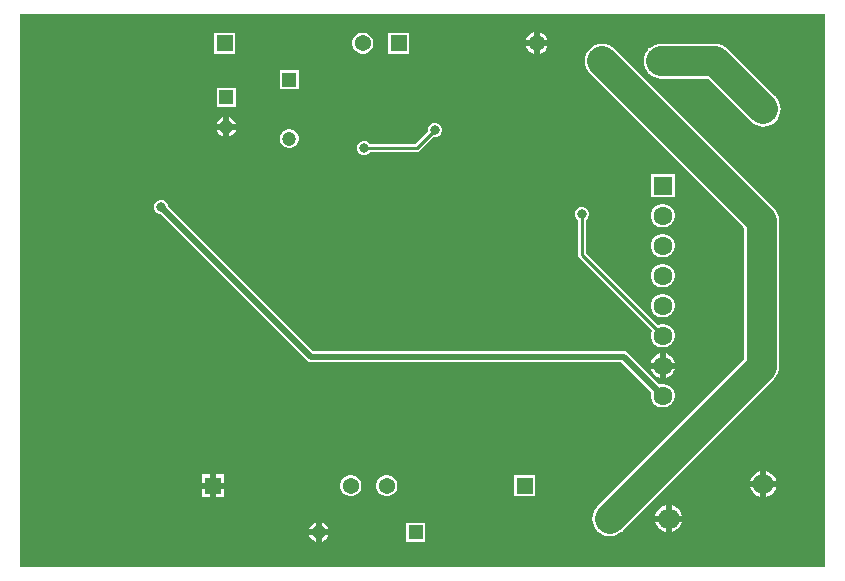
<source format=gbl>
G04*
G04 #@! TF.GenerationSoftware,Altium Limited,Altium Designer,23.0.1 (38)*
G04*
G04 Layer_Physical_Order=2*
G04 Layer_Color=16711680*
%FSLAX25Y25*%
%MOIN*%
G70*
G04*
G04 #@! TF.SameCoordinates,BC8FEE28-448D-4E3F-B38E-86C11A945C97*
G04*
G04*
G04 #@! TF.FilePolarity,Positive*
G04*
G01*
G75*
%ADD15C,0.01000*%
%ADD22C,0.04724*%
%ADD23R,0.04724X0.04724*%
%ADD26R,0.05400X0.05400*%
%ADD27C,0.06800*%
%ADD28R,0.06800X0.06800*%
%ADD29C,0.05400*%
%ADD33C,0.10000*%
%ADD34C,0.02000*%
%ADD35C,0.06319*%
%ADD36R,0.06319X0.06319*%
%ADD37C,0.07087*%
%ADD38R,0.07087X0.07087*%
%ADD39R,0.04724X0.04724*%
%ADD40C,0.03150*%
G36*
X374697Y205803D02*
X106303D01*
Y390197D01*
X374697D01*
Y205803D01*
D02*
G37*
%LPC*%
G36*
X279500Y384063D02*
Y381500D01*
X282063D01*
X281948Y381928D01*
X281461Y382772D01*
X280772Y383461D01*
X279928Y383948D01*
X279500Y384063D01*
D02*
G37*
G36*
X277500D02*
X277072Y383948D01*
X276228Y383461D01*
X275539Y382772D01*
X275052Y381928D01*
X274937Y381500D01*
X277500D01*
Y384063D01*
D02*
G37*
G36*
X236000Y384000D02*
X229000D01*
Y377000D01*
X236000D01*
Y384000D01*
D02*
G37*
G36*
X220961D02*
X220039D01*
X219149Y383762D01*
X218351Y383301D01*
X217699Y382649D01*
X217238Y381851D01*
X217000Y380961D01*
Y380039D01*
X217238Y379149D01*
X217699Y378351D01*
X218351Y377699D01*
X219149Y377238D01*
X220039Y377000D01*
X220961D01*
X221851Y377238D01*
X222649Y377699D01*
X223301Y378351D01*
X223762Y379149D01*
X224000Y380039D01*
Y380961D01*
X223762Y381851D01*
X223301Y382649D01*
X222649Y383301D01*
X221851Y383762D01*
X220961Y384000D01*
D02*
G37*
G36*
X178000D02*
X171000D01*
Y377000D01*
X178000D01*
Y384000D01*
D02*
G37*
G36*
X282063Y379500D02*
X279500D01*
Y376937D01*
X279928Y377052D01*
X280772Y377539D01*
X281461Y378228D01*
X281948Y379072D01*
X282063Y379500D01*
D02*
G37*
G36*
X277500D02*
X274937D01*
X275052Y379072D01*
X275539Y378228D01*
X276228Y377539D01*
X277072Y377052D01*
X277500Y376937D01*
Y379500D01*
D02*
G37*
G36*
X199162Y371505D02*
X192838D01*
Y365180D01*
X199162D01*
Y371505D01*
D02*
G37*
G36*
X178162Y365583D02*
X171838D01*
Y359259D01*
X178162D01*
Y365583D01*
D02*
G37*
G36*
X176000Y355792D02*
Y353579D01*
X178213D01*
X178133Y353876D01*
X177690Y354643D01*
X177064Y355269D01*
X176298Y355712D01*
X176000Y355792D01*
D02*
G37*
G36*
X174000Y355792D02*
X173702Y355712D01*
X172936Y355269D01*
X172310Y354643D01*
X171867Y353876D01*
X171787Y353579D01*
X174000D01*
Y355792D01*
D02*
G37*
G36*
X338000Y380328D02*
X320000D01*
X318863Y380216D01*
X317770Y379884D01*
X316762Y379346D01*
X316150Y378843D01*
X315657D01*
Y378350D01*
X315154Y377738D01*
X314616Y376730D01*
X314284Y375637D01*
X314172Y374500D01*
X314284Y373363D01*
X314616Y372270D01*
X315154Y371262D01*
X315657Y370650D01*
Y370157D01*
X316150D01*
X316762Y369654D01*
X317770Y369116D01*
X318863Y368784D01*
X320000Y368672D01*
X335586D01*
X349800Y354458D01*
Y354300D01*
X349975D01*
X350762Y353654D01*
X351770Y353116D01*
X352863Y352784D01*
X354000Y352672D01*
X355137Y352784D01*
X356230Y353116D01*
X357238Y353654D01*
X358025Y354300D01*
X358200D01*
Y354475D01*
X358846Y355262D01*
X359384Y356270D01*
X359716Y357363D01*
X359828Y358500D01*
X359716Y359637D01*
X359384Y360730D01*
X358846Y361738D01*
X358200Y362525D01*
Y362700D01*
X358042D01*
X342121Y378621D01*
X341238Y379346D01*
X340230Y379884D01*
X340024Y379947D01*
X339137Y380216D01*
X338000Y380328D01*
D02*
G37*
G36*
X178213Y351579D02*
X176000D01*
Y349366D01*
X176298Y349446D01*
X177064Y349888D01*
X177690Y350514D01*
X178133Y351281D01*
X178213Y351579D01*
D02*
G37*
G36*
X174000D02*
X171787D01*
X171867Y351281D01*
X172310Y350514D01*
X172936Y349888D01*
X173702Y349446D01*
X174000Y349366D01*
Y351579D01*
D02*
G37*
G36*
X244972Y353875D02*
X244028D01*
X243155Y353513D01*
X242487Y352845D01*
X242125Y351972D01*
Y351028D01*
X242133Y351008D01*
X237951Y346826D01*
X223021D01*
X223013Y346845D01*
X222345Y347513D01*
X221472Y347875D01*
X220528D01*
X219655Y347513D01*
X218987Y346845D01*
X218625Y345972D01*
Y345028D01*
X218987Y344155D01*
X219655Y343487D01*
X220528Y343125D01*
X221472D01*
X222345Y343487D01*
X223013Y344155D01*
X223021Y344175D01*
X238500D01*
X239007Y344275D01*
X239437Y344563D01*
X244008Y349133D01*
X244028Y349125D01*
X244972D01*
X245845Y349487D01*
X246513Y350155D01*
X246875Y351028D01*
Y351972D01*
X246513Y352845D01*
X245845Y353513D01*
X244972Y353875D01*
D02*
G37*
G36*
X196416Y351820D02*
X195584D01*
X194779Y351604D01*
X194058Y351188D01*
X193470Y350599D01*
X193053Y349878D01*
X192838Y349074D01*
Y348241D01*
X193053Y347437D01*
X193470Y346716D01*
X194058Y346127D01*
X194779Y345711D01*
X195584Y345495D01*
X196416D01*
X197221Y345711D01*
X197942Y346127D01*
X198530Y346716D01*
X198947Y347437D01*
X199162Y348241D01*
Y349074D01*
X198947Y349878D01*
X198530Y350599D01*
X197942Y351188D01*
X197221Y351604D01*
X196416Y351820D01*
D02*
G37*
G36*
X324460Y336960D02*
X316541D01*
Y329041D01*
X324460D01*
Y336960D01*
D02*
G37*
G36*
X321021Y326959D02*
X319979D01*
X318972Y326690D01*
X318069Y326168D01*
X317332Y325431D01*
X316810Y324528D01*
X316541Y323521D01*
Y322479D01*
X316810Y321472D01*
X317332Y320569D01*
X318069Y319832D01*
X318972Y319310D01*
X319979Y319040D01*
X321021D01*
X322028Y319310D01*
X322931Y319832D01*
X323668Y320569D01*
X324190Y321472D01*
X324460Y322479D01*
Y323521D01*
X324190Y324528D01*
X323668Y325431D01*
X322931Y326168D01*
X322028Y326690D01*
X321021Y326959D01*
D02*
G37*
G36*
Y316960D02*
X319979D01*
X318972Y316690D01*
X318069Y316168D01*
X317332Y315431D01*
X316810Y314528D01*
X316541Y313521D01*
Y312479D01*
X316810Y311472D01*
X317332Y310569D01*
X318069Y309832D01*
X318972Y309310D01*
X319979Y309040D01*
X321021D01*
X322028Y309310D01*
X322931Y309832D01*
X323668Y310569D01*
X324190Y311472D01*
X324460Y312479D01*
Y313521D01*
X324190Y314528D01*
X323668Y315431D01*
X322931Y316168D01*
X322028Y316690D01*
X321021Y316960D01*
D02*
G37*
G36*
Y306960D02*
X319979D01*
X318972Y306690D01*
X318069Y306168D01*
X317332Y305431D01*
X316810Y304528D01*
X316541Y303521D01*
Y302479D01*
X316810Y301472D01*
X317332Y300569D01*
X318069Y299832D01*
X318972Y299310D01*
X319979Y299041D01*
X321021D01*
X322028Y299310D01*
X322931Y299832D01*
X323668Y300569D01*
X324190Y301472D01*
X324460Y302479D01*
Y303521D01*
X324190Y304528D01*
X323668Y305431D01*
X322931Y306168D01*
X322028Y306690D01*
X321021Y306960D01*
D02*
G37*
G36*
Y296959D02*
X319979D01*
X318972Y296690D01*
X318069Y296168D01*
X317332Y295431D01*
X316810Y294528D01*
X316541Y293521D01*
Y292479D01*
X316810Y291472D01*
X317332Y290569D01*
X318069Y289832D01*
X318972Y289310D01*
X319979Y289040D01*
X321021D01*
X322028Y289310D01*
X322931Y289832D01*
X323668Y290569D01*
X324190Y291472D01*
X324460Y292479D01*
Y293521D01*
X324190Y294528D01*
X323668Y295431D01*
X322931Y296168D01*
X322028Y296690D01*
X321021Y296959D01*
D02*
G37*
G36*
X293972Y325875D02*
X293028D01*
X292155Y325513D01*
X291487Y324845D01*
X291125Y323972D01*
Y323028D01*
X291487Y322155D01*
X292155Y321487D01*
X292175Y321479D01*
Y310000D01*
X292275Y309493D01*
X292563Y309063D01*
X316915Y284710D01*
X316810Y284528D01*
X316541Y283521D01*
Y282479D01*
X316810Y281472D01*
X317332Y280569D01*
X318069Y279832D01*
X318972Y279310D01*
X319979Y279041D01*
X321021D01*
X322028Y279310D01*
X322931Y279832D01*
X323668Y280569D01*
X324190Y281472D01*
X324460Y282479D01*
Y283521D01*
X324190Y284528D01*
X323668Y285431D01*
X322931Y286168D01*
X322028Y286690D01*
X321021Y286960D01*
X319979D01*
X318972Y286690D01*
X318790Y286585D01*
X294826Y310549D01*
Y321479D01*
X294845Y321487D01*
X295513Y322155D01*
X295875Y323028D01*
Y323972D01*
X295513Y324845D01*
X294845Y325513D01*
X293972Y325875D01*
D02*
G37*
G36*
X321500Y277038D02*
Y274000D01*
X324538D01*
X324376Y274605D01*
X323828Y275554D01*
X323054Y276328D01*
X322106Y276876D01*
X321500Y277038D01*
D02*
G37*
G36*
X319500D02*
X318895Y276876D01*
X317946Y276328D01*
X317172Y275554D01*
X316624Y274605D01*
X316462Y274000D01*
X319500D01*
Y277038D01*
D02*
G37*
G36*
X324538Y272000D02*
X321500D01*
Y268962D01*
X322106Y269124D01*
X323054Y269672D01*
X323828Y270446D01*
X324376Y271394D01*
X324538Y272000D01*
D02*
G37*
G36*
X319500D02*
X316462D01*
X316624Y271394D01*
X317172Y270446D01*
X317946Y269672D01*
X318895Y269124D01*
X319500Y268962D01*
Y272000D01*
D02*
G37*
G36*
X153811Y328300D02*
X152867D01*
X151994Y327939D01*
X151326Y327270D01*
X150964Y326398D01*
Y325453D01*
X151326Y324580D01*
X151994Y323912D01*
X152867Y323550D01*
X153118D01*
X201967Y274702D01*
X202364Y274436D01*
X202562Y274304D01*
X203264Y274165D01*
X306740D01*
X316719Y264186D01*
X316541Y263521D01*
Y262479D01*
X316810Y261472D01*
X317332Y260569D01*
X318069Y259832D01*
X318972Y259310D01*
X319979Y259040D01*
X321021D01*
X322028Y259310D01*
X322931Y259832D01*
X323668Y260569D01*
X324190Y261472D01*
X324460Y262479D01*
Y263521D01*
X324190Y264528D01*
X323668Y265431D01*
X322931Y266168D01*
X322028Y266690D01*
X321021Y266960D01*
X319979D01*
X319314Y266781D01*
X308798Y277298D01*
X308202Y277696D01*
X308086Y277719D01*
X307500Y277835D01*
X204024D01*
X155714Y326146D01*
Y326398D01*
X155352Y327270D01*
X154684Y327939D01*
X153811Y328300D01*
D02*
G37*
G36*
X355000Y237787D02*
Y234500D01*
X358287D01*
X358100Y235198D01*
X357521Y236202D01*
X356702Y237021D01*
X355698Y237600D01*
X355000Y237787D01*
D02*
G37*
G36*
X353000D02*
X352302Y237600D01*
X351298Y237021D01*
X350479Y236202D01*
X349900Y235198D01*
X349713Y234500D01*
X353000D01*
Y237787D01*
D02*
G37*
G36*
X174200Y236700D02*
X171500D01*
Y234000D01*
X174200D01*
Y236700D01*
D02*
G37*
G36*
X169500D02*
X166800D01*
Y234000D01*
X169500D01*
Y236700D01*
D02*
G37*
G36*
X278000Y236500D02*
X271000D01*
Y229500D01*
X278000D01*
Y236500D01*
D02*
G37*
G36*
X228961D02*
X228039D01*
X227149Y236262D01*
X226351Y235801D01*
X225699Y235149D01*
X225238Y234351D01*
X225000Y233461D01*
Y232539D01*
X225238Y231649D01*
X225699Y230851D01*
X226351Y230199D01*
X227149Y229738D01*
X228039Y229500D01*
X228961D01*
X229851Y229738D01*
X230649Y230199D01*
X231301Y230851D01*
X231762Y231649D01*
X232000Y232539D01*
Y233461D01*
X231762Y234351D01*
X231301Y235149D01*
X230649Y235801D01*
X229851Y236262D01*
X228961Y236500D01*
D02*
G37*
G36*
X216961D02*
X216039D01*
X215149Y236262D01*
X214351Y235801D01*
X213699Y235149D01*
X213239Y234351D01*
X213000Y233461D01*
Y232539D01*
X213239Y231649D01*
X213699Y230851D01*
X214351Y230199D01*
X215149Y229738D01*
X216039Y229500D01*
X216961D01*
X217851Y229738D01*
X218649Y230199D01*
X219301Y230851D01*
X219761Y231649D01*
X220000Y232539D01*
Y233461D01*
X219761Y234351D01*
X219301Y235149D01*
X218649Y235801D01*
X217851Y236262D01*
X216961Y236500D01*
D02*
G37*
G36*
X174200Y232000D02*
X171500D01*
Y229300D01*
X174200D01*
Y232000D01*
D02*
G37*
G36*
X169500D02*
X166800D01*
Y229300D01*
X169500D01*
Y232000D01*
D02*
G37*
G36*
X358287Y232500D02*
X355000D01*
Y229213D01*
X355698Y229400D01*
X356702Y229979D01*
X357521Y230798D01*
X358100Y231802D01*
X358287Y232500D01*
D02*
G37*
G36*
X353000D02*
X349713D01*
X349900Y231802D01*
X350479Y230798D01*
X351298Y229979D01*
X352302Y229400D01*
X353000Y229213D01*
Y232500D01*
D02*
G37*
G36*
X323500Y226436D02*
Y223000D01*
X326936D01*
X326734Y223754D01*
X326135Y224790D01*
X325290Y225636D01*
X324254Y226234D01*
X323500Y226436D01*
D02*
G37*
G36*
X321500D02*
X320746Y226234D01*
X319710Y225636D01*
X318864Y224790D01*
X318266Y223754D01*
X318064Y223000D01*
X321500D01*
Y226436D01*
D02*
G37*
G36*
X206858Y220713D02*
Y218500D01*
X209071D01*
X208991Y218798D01*
X208549Y219564D01*
X207923Y220190D01*
X207156Y220633D01*
X206858Y220713D01*
D02*
G37*
G36*
X204858Y220713D02*
X204560Y220633D01*
X203794Y220190D01*
X203168Y219564D01*
X202725Y218798D01*
X202645Y218500D01*
X204858D01*
Y220713D01*
D02*
G37*
G36*
X326936Y221000D02*
X323500D01*
Y217564D01*
X324254Y217766D01*
X325290Y218365D01*
X326135Y219210D01*
X326734Y220246D01*
X326936Y221000D01*
D02*
G37*
G36*
X321500D02*
X318064D01*
X318266Y220246D01*
X318864Y219210D01*
X319710Y218365D01*
X320746Y217766D01*
X321500Y217564D01*
Y221000D01*
D02*
G37*
G36*
X300315Y380328D02*
X299178Y380216D01*
X298085Y379884D01*
X297077Y379346D01*
X296194Y378621D01*
X295469Y377738D01*
X294931Y376730D01*
X294599Y375637D01*
X294487Y374500D01*
X294599Y373363D01*
X294931Y372270D01*
X295469Y371262D01*
X296194Y370379D01*
X347672Y318901D01*
Y275099D01*
X298916Y226343D01*
X298472D01*
Y225850D01*
X297969Y225238D01*
X297430Y224230D01*
X297099Y223137D01*
X296987Y222000D01*
X297099Y220863D01*
X297430Y219770D01*
X297969Y218762D01*
X298472Y218150D01*
Y217657D01*
X298965D01*
X299577Y217154D01*
X300585Y216616D01*
X301678Y216284D01*
X302815Y216172D01*
X303952Y216284D01*
X305045Y216616D01*
X306053Y217154D01*
X306665Y217657D01*
X307158D01*
Y218101D01*
X357621Y268564D01*
X358346Y269447D01*
X358884Y270455D01*
X358947Y270661D01*
X359216Y271548D01*
X359328Y272685D01*
Y321315D01*
X359216Y322452D01*
X358884Y323545D01*
X358713Y323865D01*
X358346Y324553D01*
X357621Y325436D01*
X304436Y378621D01*
X303553Y379346D01*
X302545Y379884D01*
X301452Y380216D01*
X300315Y380328D01*
D02*
G37*
G36*
X241304Y220662D02*
X234980D01*
Y214338D01*
X241304D01*
Y220662D01*
D02*
G37*
G36*
X209071Y216500D02*
X206858D01*
Y214287D01*
X207156Y214367D01*
X207923Y214810D01*
X208549Y215436D01*
X208991Y216202D01*
X209071Y216500D01*
D02*
G37*
G36*
X204858D02*
X202645D01*
X202725Y216202D01*
X203168Y215436D01*
X203794Y214810D01*
X204560Y214367D01*
X204858Y214287D01*
Y216500D01*
D02*
G37*
%LPD*%
D15*
X293500Y310000D02*
Y323500D01*
Y310000D02*
X320500Y283000D01*
X238500Y345500D02*
X244500Y351500D01*
X221000Y345500D02*
X238500D01*
D22*
X175000Y352579D02*
D03*
X196000Y348657D02*
D03*
X205858Y217500D02*
D03*
D23*
X175000Y362421D02*
D03*
X196000Y368342D02*
D03*
D26*
X274500Y233000D02*
D03*
X174500Y380500D02*
D03*
X232500D02*
D03*
X170500Y233000D02*
D03*
D27*
X354000Y233500D02*
D03*
D28*
Y358500D02*
D03*
D29*
X216500Y233000D02*
D03*
X228500D02*
D03*
X220500Y380500D02*
D03*
X278500D02*
D03*
D33*
X302815Y222000D02*
X353500Y272685D01*
Y321315D01*
X320000Y374500D02*
X338000D01*
X354000Y358500D01*
X300315Y374500D02*
X353500Y321315D01*
D34*
X203264Y276000D02*
X307500D01*
X153339Y325925D02*
X203264Y276000D01*
X307500D02*
X320500Y263000D01*
D35*
Y293000D02*
D03*
Y263000D02*
D03*
Y283000D02*
D03*
Y273000D02*
D03*
Y303000D02*
D03*
Y323000D02*
D03*
Y313000D02*
D03*
D36*
Y333000D02*
D03*
D37*
X300315Y374500D02*
D03*
X322500Y222000D02*
D03*
D38*
X302815D02*
D03*
X320000Y374500D02*
D03*
D39*
X238142Y217500D02*
D03*
D40*
X293500Y323500D02*
D03*
X293000Y297500D02*
D03*
X283500Y348000D02*
D03*
X182500Y347000D02*
D03*
X173500D02*
D03*
X133500Y324000D02*
D03*
X183000Y271000D02*
D03*
X133000D02*
D03*
X233256Y270756D02*
D03*
X283000Y270500D02*
D03*
X221000Y345500D02*
D03*
X238500Y353500D02*
D03*
X244500Y351500D02*
D03*
X233425Y325500D02*
D03*
X153339Y325925D02*
D03*
M02*

</source>
